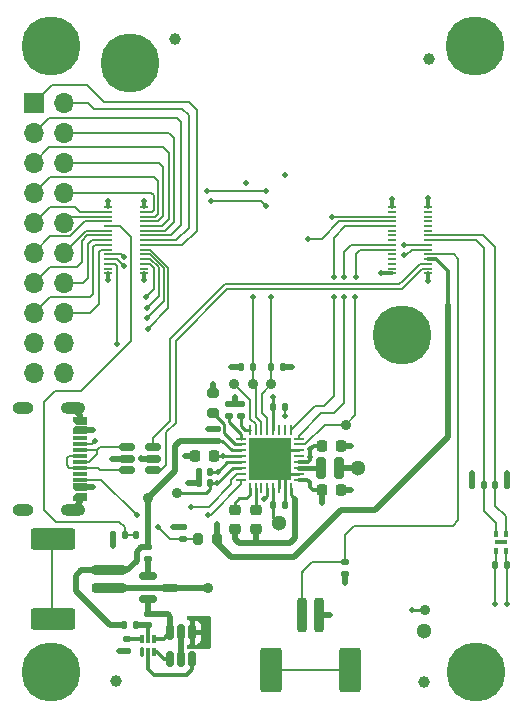
<source format=gbr>
%TF.GenerationSoftware,KiCad,Pcbnew,8.0.9-8.0.9-0~ubuntu24.04.1*%
%TF.CreationDate,2025-04-21T09:58:39+02:00*%
%TF.ProjectId,Sensor_Node_Base_V1.0,53656e73-6f72-45f4-9e6f-64655f426173,rev?*%
%TF.SameCoordinates,Original*%
%TF.FileFunction,Copper,L1,Top*%
%TF.FilePolarity,Positive*%
%FSLAX46Y46*%
G04 Gerber Fmt 4.6, Leading zero omitted, Abs format (unit mm)*
G04 Created by KiCad (PCBNEW 8.0.9-8.0.9-0~ubuntu24.04.1) date 2025-04-21 09:58:39*
%MOMM*%
%LPD*%
G01*
G04 APERTURE LIST*
G04 Aperture macros list*
%AMRoundRect*
0 Rectangle with rounded corners*
0 $1 Rounding radius*
0 $2 $3 $4 $5 $6 $7 $8 $9 X,Y pos of 4 corners*
0 Add a 4 corners polygon primitive as box body*
4,1,4,$2,$3,$4,$5,$6,$7,$8,$9,$2,$3,0*
0 Add four circle primitives for the rounded corners*
1,1,$1+$1,$2,$3*
1,1,$1+$1,$4,$5*
1,1,$1+$1,$6,$7*
1,1,$1+$1,$8,$9*
0 Add four rect primitives between the rounded corners*
20,1,$1+$1,$2,$3,$4,$5,0*
20,1,$1+$1,$4,$5,$6,$7,0*
20,1,$1+$1,$6,$7,$8,$9,0*
20,1,$1+$1,$8,$9,$2,$3,0*%
%AMOutline5P*
0 Free polygon, 5 corners , with rotation*
0 The origin of the aperture is its center*
0 number of corners: always 5*
0 $1 to $10 corner X, Y*
0 $11 Rotation angle, in degrees counterclockwise*
0 create outline with 5 corners*
4,1,5,$1,$2,$3,$4,$5,$6,$7,$8,$9,$10,$1,$2,$11*%
%AMOutline6P*
0 Free polygon, 6 corners , with rotation*
0 The origin of the aperture is its center*
0 number of corners: always 6*
0 $1 to $12 corner X, Y*
0 $13 Rotation angle, in degrees counterclockwise*
0 create outline with 6 corners*
4,1,6,$1,$2,$3,$4,$5,$6,$7,$8,$9,$10,$11,$12,$1,$2,$13*%
%AMOutline7P*
0 Free polygon, 7 corners , with rotation*
0 The origin of the aperture is its center*
0 number of corners: always 7*
0 $1 to $14 corner X, Y*
0 $15 Rotation angle, in degrees counterclockwise*
0 create outline with 7 corners*
4,1,7,$1,$2,$3,$4,$5,$6,$7,$8,$9,$10,$11,$12,$13,$14,$1,$2,$15*%
%AMOutline8P*
0 Free polygon, 8 corners , with rotation*
0 The origin of the aperture is its center*
0 number of corners: always 8*
0 $1 to $16 corner X, Y*
0 $17 Rotation angle, in degrees counterclockwise*
0 create outline with 8 corners*
4,1,8,$1,$2,$3,$4,$5,$6,$7,$8,$9,$10,$11,$12,$13,$14,$15,$16,$1,$2,$17*%
G04 Aperture macros list end*
%TA.AperFunction,SMDPad,CuDef*%
%ADD10RoundRect,0.062500X0.337500X0.062500X-0.337500X0.062500X-0.337500X-0.062500X0.337500X-0.062500X0*%
%TD*%
%TA.AperFunction,SMDPad,CuDef*%
%ADD11RoundRect,0.062500X0.062500X0.337500X-0.062500X0.337500X-0.062500X-0.337500X0.062500X-0.337500X0*%
%TD*%
%TA.AperFunction,HeatsinkPad*%
%ADD12C,0.500000*%
%TD*%
%TA.AperFunction,HeatsinkPad*%
%ADD13R,3.600000X3.600000*%
%TD*%
%TA.AperFunction,ComponentPad*%
%ADD14R,1.700000X1.700000*%
%TD*%
%TA.AperFunction,ComponentPad*%
%ADD15O,1.700000X1.700000*%
%TD*%
%TA.AperFunction,SMDPad,CuDef*%
%ADD16RoundRect,0.200000X-0.200000X-1.250000X0.200000X-1.250000X0.200000X1.250000X-0.200000X1.250000X0*%
%TD*%
%TA.AperFunction,SMDPad,CuDef*%
%ADD17RoundRect,0.250000X-0.650000X-1.650000X0.650000X-1.650000X0.650000X1.650000X-0.650000X1.650000X0*%
%TD*%
%TA.AperFunction,SMDPad,CuDef*%
%ADD18RoundRect,0.135000X0.135000X0.185000X-0.135000X0.185000X-0.135000X-0.185000X0.135000X-0.185000X0*%
%TD*%
%TA.AperFunction,SMDPad,CuDef*%
%ADD19C,0.900000*%
%TD*%
%TA.AperFunction,SMDPad,CuDef*%
%ADD20RoundRect,0.135000X-0.185000X0.135000X-0.185000X-0.135000X0.185000X-0.135000X0.185000X0.135000X0*%
%TD*%
%TA.AperFunction,SMDPad,CuDef*%
%ADD21RoundRect,0.225000X0.225000X0.250000X-0.225000X0.250000X-0.225000X-0.250000X0.225000X-0.250000X0*%
%TD*%
%TA.AperFunction,SMDPad,CuDef*%
%ADD22RoundRect,0.150000X0.512500X0.150000X-0.512500X0.150000X-0.512500X-0.150000X0.512500X-0.150000X0*%
%TD*%
%TA.AperFunction,SMDPad,CuDef*%
%ADD23RoundRect,0.135000X-0.135000X-0.185000X0.135000X-0.185000X0.135000X0.185000X-0.135000X0.185000X0*%
%TD*%
%TA.AperFunction,SMDPad,CuDef*%
%ADD24RoundRect,0.140000X0.170000X-0.140000X0.170000X0.140000X-0.170000X0.140000X-0.170000X-0.140000X0*%
%TD*%
%TA.AperFunction,SMDPad,CuDef*%
%ADD25RoundRect,0.135000X0.185000X-0.135000X0.185000X0.135000X-0.185000X0.135000X-0.185000X-0.135000X0*%
%TD*%
%TA.AperFunction,SMDPad,CuDef*%
%ADD26RoundRect,0.225000X-0.225000X-0.250000X0.225000X-0.250000X0.225000X0.250000X-0.225000X0.250000X0*%
%TD*%
%TA.AperFunction,SMDPad,CuDef*%
%ADD27RoundRect,0.140000X-0.140000X-0.170000X0.140000X-0.170000X0.140000X0.170000X-0.140000X0.170000X0*%
%TD*%
%TA.AperFunction,SMDPad,CuDef*%
%ADD28C,1.000000*%
%TD*%
%TA.AperFunction,SMDPad,CuDef*%
%ADD29RoundRect,0.200000X-1.250000X0.200000X-1.250000X-0.200000X1.250000X-0.200000X1.250000X0.200000X0*%
%TD*%
%TA.AperFunction,SMDPad,CuDef*%
%ADD30RoundRect,0.250000X-1.650000X0.650000X-1.650000X-0.650000X1.650000X-0.650000X1.650000X0.650000X0*%
%TD*%
%TA.AperFunction,SMDPad,CuDef*%
%ADD31RoundRect,0.218750X-0.256250X0.218750X-0.256250X-0.218750X0.256250X-0.218750X0.256250X0.218750X0*%
%TD*%
%TA.AperFunction,SMDPad,CuDef*%
%ADD32RoundRect,0.140000X0.140000X0.170000X-0.140000X0.170000X-0.140000X-0.170000X0.140000X-0.170000X0*%
%TD*%
%TA.AperFunction,ComponentPad*%
%ADD33C,0.800000*%
%TD*%
%TA.AperFunction,ComponentPad*%
%ADD34C,5.000000*%
%TD*%
%TA.AperFunction,SMDPad,CuDef*%
%ADD35RoundRect,0.200000X-0.200000X0.700000X-0.200000X-0.700000X0.200000X-0.700000X0.200000X0.700000X0*%
%TD*%
%TA.AperFunction,SMDPad,CuDef*%
%ADD36Outline5P,-0.300000X0.575000X0.300000X0.575000X0.300000X-0.365000X0.090000X-0.575000X-0.300000X-0.575000X270.000000*%
%TD*%
%TA.AperFunction,SMDPad,CuDef*%
%ADD37Outline5P,-0.300000X0.620000X0.300000X0.620000X0.300000X-0.620000X-0.090000X-0.620000X-0.300000X-0.410000X270.000000*%
%TD*%
%TA.AperFunction,SMDPad,CuDef*%
%ADD38R,1.240000X0.300000*%
%TD*%
%TA.AperFunction,SMDPad,CuDef*%
%ADD39Outline5P,-0.300000X0.620000X0.300000X0.620000X0.300000X-0.410000X0.090000X-0.620000X-0.300000X-0.620000X270.000000*%
%TD*%
%TA.AperFunction,SMDPad,CuDef*%
%ADD40Outline5P,-0.300000X0.575000X0.300000X0.575000X0.300000X-0.575000X-0.090000X-0.575000X-0.300000X-0.365000X270.000000*%
%TD*%
%TA.AperFunction,ComponentPad*%
%ADD41O,2.100000X1.000000*%
%TD*%
%TA.AperFunction,ComponentPad*%
%ADD42O,1.800000X1.000000*%
%TD*%
%TA.AperFunction,ComponentPad*%
%ADD43C,1.300000*%
%TD*%
%TA.AperFunction,SMDPad,CuDef*%
%ADD44RoundRect,0.200000X0.200000X0.275000X-0.200000X0.275000X-0.200000X-0.275000X0.200000X-0.275000X0*%
%TD*%
%TA.AperFunction,SMDPad,CuDef*%
%ADD45RoundRect,0.070000X-0.070000X-0.355000X0.070000X-0.355000X0.070000X0.355000X-0.070000X0.355000X0*%
%TD*%
%TA.AperFunction,SMDPad,CuDef*%
%ADD46RoundRect,0.070000X-0.070000X-0.305000X0.070000X-0.305000X0.070000X0.305000X-0.070000X0.305000X0*%
%TD*%
%TA.AperFunction,SMDPad,CuDef*%
%ADD47RoundRect,0.150000X-0.587500X-0.150000X0.587500X-0.150000X0.587500X0.150000X-0.587500X0.150000X0*%
%TD*%
%TA.AperFunction,SMDPad,CuDef*%
%ADD48R,0.300000X0.500000*%
%TD*%
%TA.AperFunction,ComponentPad*%
%ADD49C,0.400000*%
%TD*%
%TA.AperFunction,SMDPad,CuDef*%
%ADD50RoundRect,0.100000X0.400000X0.100000X-0.400000X0.100000X-0.400000X-0.100000X0.400000X-0.100000X0*%
%TD*%
%TA.AperFunction,SMDPad,CuDef*%
%ADD51R,0.700000X0.200000*%
%TD*%
%TA.AperFunction,SMDPad,CuDef*%
%ADD52RoundRect,0.200000X0.275000X-0.200000X0.275000X0.200000X-0.275000X0.200000X-0.275000X-0.200000X0*%
%TD*%
%TA.AperFunction,SMDPad,CuDef*%
%ADD53RoundRect,0.150000X-0.150000X0.512500X-0.150000X-0.512500X0.150000X-0.512500X0.150000X0.512500X0*%
%TD*%
%TA.AperFunction,ViaPad*%
%ADD54C,0.500000*%
%TD*%
%TA.AperFunction,Conductor*%
%ADD55C,0.200000*%
%TD*%
%TA.AperFunction,Conductor*%
%ADD56C,0.150000*%
%TD*%
%TA.AperFunction,Conductor*%
%ADD57C,0.250000*%
%TD*%
%TA.AperFunction,Conductor*%
%ADD58C,0.500000*%
%TD*%
%TA.AperFunction,Conductor*%
%ADD59C,0.300000*%
%TD*%
%TA.AperFunction,Conductor*%
%ADD60C,0.390000*%
%TD*%
G04 APERTURE END LIST*
D10*
%TO.P,IC302,1,VOUT1*%
%TO.N,/MCU/+1.8V_VDD_nRF*%
X146130000Y-118560000D03*
%TO.P,IC302,2,PVSS1*%
%TO.N,GND*%
X146130000Y-118060000D03*
%TO.P,IC302,3,SW1*%
%TO.N,/POWER/SW1*%
X146130000Y-117560000D03*
%TO.P,IC302,4,PVDD*%
%TO.N,/POWER/VSYS*%
X146130000Y-117060000D03*
%TO.P,IC302,5,SW2*%
%TO.N,unconnected-(IC302-SW2-Pad5)*%
X146130000Y-116560000D03*
%TO.P,IC302,6,PVSS2*%
%TO.N,GND*%
X146130000Y-116060000D03*
%TO.P,IC302,7,GPIO0*%
%TO.N,/MCU/NRF_PMIC_RST*%
X146130000Y-115560000D03*
%TO.P,IC302,8,GPIO1*%
%TO.N,/MCU/NRF_PMIC_INT*%
X146130000Y-115060000D03*
D11*
%TO.P,IC302,9,GPIO2*%
%TO.N,/MCU/LS1_CTRL*%
X145430000Y-114360000D03*
%TO.P,IC302,10,GPIO3*%
%TO.N,unconnected-(IC302-GPIO3-Pad10)*%
X144930000Y-114360000D03*
%TO.P,IC302,11,GPIO4*%
%TO.N,unconnected-(IC302-GPIO4-Pad11)*%
X144430000Y-114360000D03*
%TO.P,IC302,12,VDDIO*%
%TO.N,/MCU/+1.8V_VDD_nRF*%
X143930000Y-114360000D03*
%TO.P,IC302,13,SDA*%
%TO.N,/MCU/NRF_PMIC_SDA*%
X143430000Y-114360000D03*
%TO.P,IC302,14,SCL*%
%TO.N,/MCU/NRF_PMIC_SCL*%
X142930000Y-114360000D03*
%TO.P,IC302,15,SHPHLD*%
%TO.N,/POWER/SHPHLD*%
X142430000Y-114360000D03*
%TO.P,IC302,16,VSET2*%
%TO.N,Net-(IC302-VSET2)*%
X141930000Y-114360000D03*
D10*
%TO.P,IC302,17,VSET1*%
%TO.N,Net-(IC302-VSET1)*%
X141230000Y-115060000D03*
%TO.P,IC302,18,NTC*%
%TO.N,/POWER/PMIC_NTC*%
X141230000Y-115560000D03*
%TO.P,IC302,19,VBAT*%
%TO.N,/MCU/+3.7V_BAT*%
X141230000Y-116060000D03*
%TO.P,IC302,20,VSYS*%
%TO.N,/POWER/VSYS*%
X141230000Y-116560000D03*
%TO.P,IC302,21,VBUS*%
%TO.N,/POWER/+5V_VBUSIN*%
X141230000Y-117060000D03*
%TO.P,IC302,22,VBUSOUT*%
%TO.N,/MCU/+5V_VBUS*%
X141230000Y-117560000D03*
%TO.P,IC302,23,CC1*%
%TO.N,/POWER/CC1*%
X141230000Y-118060000D03*
%TO.P,IC302,24,CC2*%
%TO.N,/POWER/CC2*%
X141230000Y-118560000D03*
D11*
%TO.P,IC302,25,LED0*%
%TO.N,Net-(D302-K)*%
X141930000Y-119260000D03*
%TO.P,IC302,26,LED1*%
%TO.N,Net-(D301-K)*%
X142430000Y-119260000D03*
%TO.P,IC302,27,LED2*%
%TO.N,unconnected-(IC302-LED2-Pad27)*%
X142930000Y-119260000D03*
%TO.P,IC302,28,LSIN1/VINLDO1*%
%TO.N,/MCU/+1.8V_VDD_nRF*%
X143430000Y-119260000D03*
%TO.P,IC302,29,LSOUT1/VOUTLDO2*%
%TO.N,/MCU/+1.8V_LS1*%
X143930000Y-119260000D03*
%TO.P,IC302,30,LSIN2/VINLDO2*%
%TO.N,GND*%
X144430000Y-119260000D03*
%TO.P,IC302,31,LSOUT2/VOUTLDO2*%
X144930000Y-119260000D03*
%TO.P,IC302,32,VOUT2*%
%TO.N,/POWER/VSYS*%
X145430000Y-119260000D03*
D12*
%TO.P,IC302,33,AVSS*%
%TO.N,GND*%
X144680000Y-117810000D03*
X144680000Y-116810000D03*
X144680000Y-115810000D03*
X143680000Y-117810000D03*
X143680000Y-116810000D03*
D13*
X143680000Y-116810000D03*
D12*
X143680000Y-115810000D03*
X142680000Y-117810000D03*
X142680000Y-116810000D03*
X142680000Y-115810000D03*
%TD*%
D14*
%TO.P,J201,1,Pin_1*%
%TO.N,P1.08*%
X123700000Y-86610000D03*
D15*
%TO.P,J201,2,Pin_2*%
%TO.N,P0.30*%
X126240000Y-86610000D03*
%TO.P,J201,3,Pin_3*%
%TO.N,P0.28*%
X123700000Y-89150000D03*
%TO.P,J201,4,Pin_4*%
%TO.N,P0.03*%
X126240000Y-89150000D03*
%TO.P,J201,5,Pin_5*%
%TO.N,P1.14*%
X123700000Y-91690000D03*
%TO.P,J201,6,Pin_6*%
%TO.N,P1.12*%
X126240000Y-91690000D03*
%TO.P,J201,7,Pin_7*%
%TO.N,P1.11*%
X123700000Y-94230000D03*
%TO.P,J201,8,Pin_8*%
%TO.N,P0.10*%
X126240000Y-94230000D03*
%TO.P,J201,9,Pin_9*%
%TO.N,P1.10*%
X123700000Y-96770000D03*
%TO.P,J201,10,Pin_10*%
%TO.N,P1.13*%
X126240000Y-96770000D03*
%TO.P,J201,11,Pin_11*%
%TO.N,P1.15*%
X123700000Y-99310000D03*
%TO.P,J201,12,Pin_12*%
%TO.N,P0.29*%
X126240000Y-99310000D03*
%TO.P,J201,13,Pin_13*%
%TO.N,P0.31*%
X123700000Y-101850000D03*
%TO.P,J201,14,Pin_14*%
%TO.N,P0.00*%
X126240000Y-101850000D03*
%TO.P,J201,15,Pin_15*%
%TO.N,P0.01*%
X123700000Y-104390000D03*
%TO.P,J201,16,Pin_16*%
%TO.N,P0.26*%
X126240000Y-104390000D03*
%TO.P,J201,17,Pin_17*%
%TO.N,P0.11*%
X123700000Y-106930000D03*
%TO.P,J201,18,Pin_18*%
%TO.N,P0.27*%
X126240000Y-106930000D03*
%TO.P,J201,19,Pin_19*%
%TO.N,P0.05*%
X123700000Y-109470000D03*
%TO.P,J201,20,Pin_20*%
%TO.N,P0.06*%
X126240000Y-109470000D03*
%TD*%
D16*
%TO.P,CON102,1,Pin_1*%
%TO.N,/MCU/NRF_EXT_INT*%
X146330000Y-129980000D03*
%TO.P,CON102,2,Pin_2*%
%TO.N,GND*%
X147830000Y-129980000D03*
D17*
%TO.P,CON102,SH,MountPin*%
%TO.N,unconnected-(CON102-MountPin-PadSH)*%
X143730000Y-134680000D03*
X150430000Y-134680000D03*
%TD*%
D18*
%TO.P,R207,1*%
%TO.N,/MCU/+1.8V_LS1*%
X163720000Y-119000000D03*
%TO.P,R207,2*%
%TO.N,NRF_I2C_SDA*%
X162700000Y-119000000D03*
%TD*%
D19*
%TO.P,TP302,1,1*%
%TO.N,/MCU/+3.7V_BAT*%
X133340000Y-120120000D03*
%TD*%
D20*
%TO.P,R301,1*%
%TO.N,/MCU/+3.7V_BAT*%
X133330000Y-124250000D03*
%TO.P,R301,2*%
%TO.N,Net-(T301-G)*%
X133330000Y-125270000D03*
%TD*%
D21*
%TO.P,C306,1*%
%TO.N,/POWER/VSYS*%
X138880000Y-116560000D03*
%TO.P,C306,2*%
%TO.N,GND*%
X137330000Y-116560000D03*
%TD*%
D20*
%TO.P,R302,1*%
%TO.N,Net-(IC301-V-)*%
X131590000Y-132020000D03*
%TO.P,R302,2*%
%TO.N,GND*%
X131590000Y-133040000D03*
%TD*%
D18*
%TO.P,R210,1*%
%TO.N,/MCU/+3.7V_BAT*%
X133310000Y-123260000D03*
%TO.P,R210,2*%
%TO.N,3.7V_BAT_Sense*%
X132290000Y-123260000D03*
%TD*%
D22*
%TO.P,D101,1,I/O1*%
%TO.N,/MCU/USB_D+*%
X133787500Y-117712500D03*
%TO.P,D101,2,GND*%
%TO.N,GND*%
X133787500Y-116762500D03*
%TO.P,D101,3,I/O2*%
%TO.N,/MCU/USB_D-*%
X133787500Y-115812500D03*
%TO.P,D101,4,I/O2*%
%TO.N,Net-(CON101-D--PadA7)*%
X131512500Y-115812500D03*
%TO.P,D101,5,VBUS*%
%TO.N,/POWER/+5V_VBUSIN*%
X131512500Y-116762500D03*
%TO.P,D101,6,I/O1*%
%TO.N,Net-(CON101-D+-PadA6)*%
X131512500Y-117712500D03*
%TD*%
D23*
%TO.P,R208,1*%
%TO.N,/MCU/+1.8V_VDD_nRF*%
X141170000Y-109000000D03*
%TO.P,R208,2*%
%TO.N,/MCU/NRF_PMIC_SCL*%
X142190000Y-109000000D03*
%TD*%
D19*
%TO.P,TP305,1,1*%
%TO.N,/POWER/SHPHLD*%
X140630000Y-110480000D03*
%TD*%
D24*
%TO.P,C303,1*%
%TO.N,/MCU/+3.7V_BAT*%
X139130000Y-115240000D03*
%TO.P,C303,2*%
%TO.N,GND*%
X139130000Y-114280000D03*
%TD*%
D25*
%TO.P,R205,1*%
%TO.N,/MCU/+1.8V_VDD_nRF*%
X149990000Y-126530000D03*
%TO.P,R205,2*%
%TO.N,/MCU/NRF_EXT_INT*%
X149990000Y-125510000D03*
%TD*%
%TO.P,R305,1*%
%TO.N,Net-(IC302-VSET2)*%
X141200000Y-113130000D03*
%TO.P,R305,2*%
%TO.N,GND*%
X141200000Y-112110000D03*
%TD*%
%TO.P,R304,1*%
%TO.N,Net-(IC302-VSET1)*%
X140150000Y-113130000D03*
%TO.P,R304,2*%
%TO.N,GND*%
X140150000Y-112110000D03*
%TD*%
D26*
%TO.P,C305,1*%
%TO.N,/MCU/+1.8V_VDD_nRF*%
X148080000Y-119460000D03*
%TO.P,C305,2*%
%TO.N,GND*%
X149630000Y-119460000D03*
%TD*%
D25*
%TO.P,R202,1*%
%TO.N,P0.04*%
X136285000Y-123550000D03*
%TO.P,R202,2*%
%TO.N,GND*%
X136285000Y-122530000D03*
%TD*%
D27*
%TO.P,C304,1*%
%TO.N,/MCU/+1.8V_VDD_nRF*%
X143930000Y-112420000D03*
%TO.P,C304,2*%
%TO.N,GND*%
X144890000Y-112420000D03*
%TD*%
D18*
%TO.P,R206,1*%
%TO.N,/MCU/+1.8V_VDD_nRF*%
X144790000Y-108980000D03*
%TO.P,R206,2*%
%TO.N,/MCU/NRF_PMIC_SDA*%
X143770000Y-108980000D03*
%TD*%
D28*
%TO.P,FID104,*%
%TO.N,*%
X130600000Y-135550000D03*
%TD*%
D29*
%TO.P,CON103,1,Pin_1*%
%TO.N,/MCU/+3.7V_BAT*%
X129990000Y-126200000D03*
%TO.P,CON103,2,Pin_2*%
%TO.N,/POWER/BAT-*%
X129990000Y-127700000D03*
D30*
%TO.P,CON103,SH,MountPin*%
%TO.N,unconnected-(CON103-MountPin-PadSH)*%
X125290000Y-123600000D03*
X125290000Y-130300000D03*
%TD*%
D31*
%TO.P,D301,1,K*%
%TO.N,Net-(D301-K)*%
X142430000Y-121135000D03*
%TO.P,D301,2,A*%
%TO.N,/POWER/VSYS*%
X142430000Y-122710000D03*
%TD*%
D24*
%TO.P,C301,1*%
%TO.N,Net-(IC301-BAT)*%
X133340000Y-130880000D03*
%TO.P,C301,2*%
%TO.N,Net-(IC301-VSS)*%
X133340000Y-129920000D03*
%TD*%
D32*
%TO.P,C309,1*%
%TO.N,/MCU/+5V_VBUS*%
X138570000Y-118860000D03*
%TO.P,C309,2*%
%TO.N,GND*%
X137610000Y-118860000D03*
%TD*%
%TO.P,C302,1*%
%TO.N,/POWER/+5V_VBUSIN*%
X138570000Y-117860000D03*
%TO.P,C302,2*%
%TO.N,GND*%
X137610000Y-117860000D03*
%TD*%
D27*
%TO.P,C221,1*%
%TO.N,/MCU/+1.8V_LS1*%
X162720000Y-125750000D03*
%TO.P,C221,2*%
%TO.N,GND*%
X163680000Y-125750000D03*
%TD*%
D33*
%TO.P,MH103,1*%
%TO.N,GND*%
X159155000Y-81855825D03*
X159704175Y-80530000D03*
X159704175Y-83181650D03*
X161030000Y-79980825D03*
D34*
X161030000Y-81855825D03*
D33*
X161030000Y-83730825D03*
X162355825Y-80530000D03*
X162355825Y-83181650D03*
X162905000Y-81855825D03*
%TD*%
D19*
%TO.P,TP204,1,1*%
%TO.N,/MCU/NRF_PMIC_SDA*%
X143770000Y-110480000D03*
%TD*%
D33*
%TO.P,MH101,1*%
%TO.N,GND*%
X123245000Y-81865825D03*
X123794175Y-80540000D03*
X123794175Y-83191650D03*
X125120000Y-79990825D03*
D34*
X125120000Y-81865825D03*
D33*
X125120000Y-83740825D03*
X126445825Y-80540000D03*
X126445825Y-83191650D03*
X126995000Y-81865825D03*
%TD*%
D35*
%TO.P,L301,1*%
%TO.N,/MCU/+1.8V_VDD_nRF*%
X149505000Y-117560000D03*
%TO.P,L301,2*%
%TO.N,/POWER/SW1*%
X148005000Y-117560000D03*
%TD*%
D19*
%TO.P,TP304,1,1*%
%TO.N,/MCU/NRF_PMIC_RST*%
X150080000Y-113910000D03*
%TD*%
D31*
%TO.P,D302,1,K*%
%TO.N,Net-(D302-K)*%
X140660000Y-121135000D03*
%TO.P,D302,2,A*%
%TO.N,/POWER/VSYS*%
X140660000Y-122710000D03*
%TD*%
D19*
%TO.P,TP310,1,1*%
%TO.N,/MCU/+5V_VBUS*%
X135750000Y-119660000D03*
%TD*%
%TO.P,TP301,1,1*%
%TO.N,/POWER/BAT-*%
X138385000Y-127700500D03*
%TD*%
D36*
%TO.P,CON101,A1,GND*%
%TO.N,GND*%
X127600000Y-113580000D03*
D37*
%TO.P,CON101,A4,VBUS*%
%TO.N,/POWER/+5V_VBUSIN*%
X127550000Y-114380000D03*
D38*
%TO.P,CON101,A5,CC1*%
%TO.N,/POWER/CC1*%
X127550000Y-115530000D03*
%TO.P,CON101,A6,D+*%
%TO.N,Net-(CON101-D+-PadA6)*%
X127550000Y-116530000D03*
%TO.P,CON101,A7,D-*%
%TO.N,Net-(CON101-D--PadA7)*%
X127550000Y-117030000D03*
%TO.P,CON101,A8,SBU1*%
%TO.N,unconnected-(CON101-SBU1-PadA8)*%
X127550000Y-118030000D03*
D39*
%TO.P,CON101,A9,VBUS*%
%TO.N,/POWER/+5V_VBUSIN*%
X127550000Y-119180000D03*
D40*
%TO.P,CON101,A12,GND*%
%TO.N,GND*%
X127600000Y-119980000D03*
%TO.P,CON101,B1,GND*%
X127600000Y-119980000D03*
D39*
%TO.P,CON101,B4,VBUS*%
%TO.N,/POWER/+5V_VBUSIN*%
X127550000Y-119180000D03*
D38*
%TO.P,CON101,B5,CC2*%
%TO.N,/POWER/CC2*%
X127550000Y-118530000D03*
%TO.P,CON101,B6,D+*%
%TO.N,Net-(CON101-D+-PadA6)*%
X127550000Y-117530000D03*
%TO.P,CON101,B7,D-*%
%TO.N,Net-(CON101-D--PadA7)*%
X127550000Y-116030000D03*
%TO.P,CON101,B8,SBU2*%
%TO.N,unconnected-(CON101-SBU2-PadB8)*%
X127550000Y-115030000D03*
D37*
%TO.P,CON101,B9,VBUS*%
%TO.N,/POWER/+5V_VBUSIN*%
X127550000Y-114380000D03*
D36*
%TO.P,CON101,B12,GND*%
%TO.N,GND*%
X127600000Y-113580000D03*
D41*
%TO.P,CON101,S1,SHIELD*%
X126950000Y-112460000D03*
D42*
X122750000Y-112460000D03*
D41*
X126950000Y-121100000D03*
D42*
X122750000Y-121100000D03*
%TD*%
D23*
%TO.P,R204,1*%
%TO.N,/MCU/+1.8V_LS1*%
X160750000Y-119000000D03*
%TO.P,R204,2*%
%TO.N,NRF_I2C_SCL*%
X161770000Y-119000000D03*
%TD*%
D19*
%TO.P,TP306,1,1*%
%TO.N,/MCU/+1.8V_VDD_nRF*%
X156760000Y-129560000D03*
%TD*%
D18*
%TO.P,R211,1*%
%TO.N,3.7V_BAT_Sense*%
X131350000Y-123270000D03*
%TO.P,R211,2*%
%TO.N,GND*%
X130330000Y-123270000D03*
%TD*%
D43*
%TO.P,TP309,1,1*%
%TO.N,/MCU/+1.8V_LS1*%
X144390000Y-122230000D03*
%TD*%
D44*
%TO.P,R201,1*%
%TO.N,/MCU/+5V_VBUS*%
X139175000Y-123550000D03*
%TO.P,R201,2*%
%TO.N,P0.04*%
X137525000Y-123550000D03*
%TD*%
D43*
%TO.P,TP308,1,1*%
%TO.N,/MCU/+1.8V_VDD_nRF*%
X151130000Y-117560000D03*
%TD*%
D45*
%TO.P,IC301,1,NC*%
%TO.N,unconnected-(IC301-NC-Pad1)*%
X132840000Y-133125000D03*
D46*
%TO.P,IC301,2,Cout*%
%TO.N,Net-(IC301-Cout)*%
X133340000Y-133175000D03*
%TO.P,IC301,3,Dout*%
%TO.N,Net-(IC301-Dout)*%
X133840000Y-133175000D03*
%TO.P,IC301,4,VSS*%
%TO.N,Net-(IC301-VSS)*%
X133840000Y-132025000D03*
%TO.P,IC301,5,BAT*%
%TO.N,Net-(IC301-BAT)*%
X133340000Y-132025000D03*
%TO.P,IC301,6,V-*%
%TO.N,Net-(IC301-V-)*%
X132840000Y-132025000D03*
%TD*%
D28*
%TO.P,FID103,*%
%TO.N,*%
X156710000Y-135660000D03*
%TD*%
D33*
%TO.P,MH102,1*%
%TO.N,GND*%
X159245000Y-134855825D03*
X159794175Y-133530000D03*
X159794175Y-136181650D03*
X161120000Y-132980825D03*
D34*
X161120000Y-134855825D03*
D33*
X161120000Y-136730825D03*
X162445825Y-133530000D03*
X162445825Y-136181650D03*
X162995000Y-134855825D03*
%TD*%
D19*
%TO.P,TP205,1,1*%
%TO.N,/MCU/NRF_PMIC_SCL*%
X142190000Y-110480000D03*
%TD*%
D47*
%TO.P,T301,1,G*%
%TO.N,Net-(T301-G)*%
X133335000Y-126738000D03*
%TO.P,T301,2,S*%
%TO.N,Net-(IC301-VSS)*%
X133335000Y-128638000D03*
%TO.P,T301,3,D*%
%TO.N,/POWER/BAT-*%
X135210000Y-127688000D03*
%TD*%
D48*
%TO.P,IC202,1,SDA*%
%TO.N,NRF_I2C_SDA*%
X163600000Y-123150000D03*
%TO.P,IC202,2,SCL*%
%TO.N,NRF_I2C_SCL*%
X162800000Y-123150000D03*
%TO.P,IC202,3,VDD*%
%TO.N,/MCU/+1.8V_LS1*%
X162800000Y-124550000D03*
%TO.P,IC202,4,VSS*%
%TO.N,GND*%
X163600000Y-124550000D03*
D49*
%TO.P,IC202,5,THPAD*%
%TO.N,unconnected-(IC202-THPAD-Pad5)_3*%
X163500000Y-123850000D03*
D50*
X163200000Y-123850000D03*
D49*
X162900000Y-123850000D03*
%TD*%
D43*
%TO.P,TP303,1,1*%
%TO.N,GND*%
X156710000Y-131380000D03*
%TD*%
D26*
%TO.P,C308,1*%
%TO.N,/POWER/VSYS*%
X148080000Y-115660000D03*
%TO.P,C308,2*%
%TO.N,GND*%
X149630000Y-115660000D03*
%TD*%
D28*
%TO.P,FID101,*%
%TO.N,*%
X135600000Y-81230000D03*
%TD*%
D27*
%TO.P,C307,1*%
%TO.N,/MCU/+1.8V_LS1*%
X143930000Y-120660000D03*
%TO.P,C307,2*%
%TO.N,GND*%
X144890000Y-120660000D03*
%TD*%
D51*
%TO.P,M201,1,VDD*%
%TO.N,/MCU/+1.8V_VDD_nRF*%
X133030000Y-95470000D03*
D33*
%TO.P,M201,2,GND*%
%TO.N,GND*%
X129915000Y-83270000D03*
D51*
X129950000Y-95470000D03*
D33*
X130464175Y-81944175D03*
X130464175Y-84595825D03*
X131790000Y-81395000D03*
D34*
X131790000Y-83270000D03*
D33*
X131790000Y-85145000D03*
X133115825Y-81944175D03*
X133115825Y-84595825D03*
X133665000Y-83270000D03*
X152915000Y-106270000D03*
X153464175Y-104944175D03*
X153464175Y-107595825D03*
X154790000Y-104395000D03*
D34*
X154790000Y-106270000D03*
D33*
X154790000Y-108145000D03*
X156115825Y-104944175D03*
X156115825Y-107595825D03*
X156665000Y-106270000D03*
D51*
%TO.P,M201,3,P0.10*%
%TO.N,P0.10*%
X133030000Y-95870000D03*
%TO.P,M201,4,P1.10*%
%TO.N,P1.10*%
X129950000Y-95870000D03*
%TO.P,M201,5,P1.11*%
%TO.N,P1.11*%
X133030000Y-96270000D03*
%TO.P,M201,6,P1.13*%
%TO.N,P1.13*%
X129950000Y-96270000D03*
%TO.P,M201,7,P1.12*%
%TO.N,P1.12*%
X133030000Y-96670000D03*
%TO.P,M201,8,P1.15*%
%TO.N,P1.15*%
X129950000Y-96670000D03*
%TO.P,M201,9,P1.14*%
%TO.N,P1.14*%
X133030000Y-97070000D03*
%TO.P,M201,10,P0.02*%
%TO.N,3.7V_BAT_Sense*%
X129950000Y-97070000D03*
%TO.P,M201,11,P0.03*%
%TO.N,P0.03*%
X133030000Y-97470000D03*
%TO.P,M201,12,P0.29*%
%TO.N,P0.29*%
X129950000Y-97470000D03*
%TO.P,M201,13,P0.28*%
%TO.N,P0.28*%
X133030000Y-97870000D03*
%TO.P,M201,14,P0.31*%
%TO.N,P0.31*%
X129950000Y-97870000D03*
%TO.P,M201,15,P0.30*%
%TO.N,P0.30*%
X133030000Y-98270000D03*
%TO.P,M201,16,P0.00*%
%TO.N,P0.00*%
X129950000Y-98270000D03*
%TO.P,M201,17,P1.08*%
%TO.N,P1.08*%
X133030000Y-98670000D03*
%TO.P,M201,18,P0.01*%
%TO.N,P0.01*%
X129950000Y-98670000D03*
%TO.P,M201,19,P0.06*%
%TO.N,P0.06*%
X133030000Y-99070000D03*
%TO.P,M201,20,P0.26*%
%TO.N,P0.26*%
X129950000Y-99070000D03*
%TO.P,M201,21,P0.05*%
%TO.N,P0.05*%
X133030000Y-99470000D03*
%TO.P,M201,22,U_RX*%
%TO.N,NRF_UART_RX*%
X129950000Y-99470000D03*
%TO.P,M201,23,P0.27*%
%TO.N,P0.27*%
X133030000Y-99870000D03*
%TO.P,M201,24,U_TX*%
%TO.N,NRF_UART_TX*%
X129950000Y-99870000D03*
%TO.P,M201,25,P0.11*%
%TO.N,P0.11*%
X133030000Y-100270000D03*
%TO.P,M201,26,P0.04*%
%TO.N,P0.04*%
X129950000Y-100270000D03*
%TO.P,M201,27,NC*%
%TO.N,unconnected-(M201A-NC-Pad27)*%
X133030000Y-100670000D03*
%TO.P,M201,28,NC*%
%TO.N,unconnected-(M201A-NC-Pad28)*%
X129950000Y-100670000D03*
%TO.P,M201,29,GND*%
%TO.N,GND*%
X133030000Y-101070000D03*
%TO.P,M201,30,VDD*%
%TO.N,/MCU/+1.8V_VDD_nRF*%
X129950000Y-101070000D03*
%TO.P,M201,31,VDD*%
X157030000Y-95470000D03*
%TO.P,M201,32,GND*%
%TO.N,GND*%
X153950000Y-95470000D03*
%TO.P,M201,33,P0.09*%
%TO.N,unconnected-(M201B-P0.09-Pad33)*%
X157030000Y-95870000D03*
%TO.P,M201,34,P1.02*%
%TO.N,unconnected-(M201B-P1.02-Pad34)*%
X153950000Y-95870000D03*
%TO.P,M201,35,P1.06*%
%TO.N,unconnected-(M201B-P1.06-Pad35)*%
X157030000Y-96270000D03*
%TO.P,M201,36,SWCLK*%
%TO.N,NRF_SWCLK*%
X153950000Y-96270000D03*
%TO.P,M201,37,P1.04*%
%TO.N,unconnected-(M201B-P1.04-Pad37)*%
X157030000Y-96670000D03*
%TO.P,M201,38,SWDIO*%
%TO.N,NRF_SWDIO*%
X153950000Y-96670000D03*
%TO.P,M201,39,P1.00*%
%TO.N,unconnected-(M201B-P1.00-Pad39)*%
X157030000Y-97070000D03*
%TO.P,M201,40,P1.07*%
%TO.N,/MCU/LS1_CTRL*%
X153950000Y-97070000D03*
%TO.P,M201,41,P0.24*%
%TO.N,unconnected-(M201B-P0.24-Pad41)*%
X157030000Y-97470000D03*
%TO.P,M201,42,P1.05*%
%TO.N,unconnected-(M201B-P1.05-Pad42)*%
X153950000Y-97470000D03*
%TO.P,M201,43,P0.22*%
%TO.N,NRF_I2C_SDA*%
X157030000Y-97870000D03*
%TO.P,M201,44,P1.03*%
%TO.N,unconnected-(M201B-P1.03-Pad44)*%
X153950000Y-97870000D03*
%TO.P,M201,45,P0.20*%
%TO.N,NRF_I2C_SCL*%
X157030000Y-98270000D03*
%TO.P,M201,46,P1.01*%
%TO.N,unconnected-(M201B-P1.01-Pad46)*%
X153950000Y-98270000D03*
%TO.P,M201,47,P0.17*%
%TO.N,/MCU/NRF_PMIC_SCL*%
X157030000Y-98670000D03*
%TO.P,M201,48,P0.25*%
%TO.N,/MCU/NRF_PMIC_INT*%
X153950000Y-98670000D03*
%TO.P,M201,49,P0.15*%
%TO.N,/MCU/NRF_PMIC_SDA*%
X157030000Y-99070000D03*
%TO.P,M201,50,P0.23*%
%TO.N,/MCU/NRF_PMIC_RST*%
X153950000Y-99070000D03*
%TO.P,M201,51,P0.13*%
%TO.N,/MCU/NRF_EXT_INT*%
X157030000Y-99470000D03*
%TO.P,M201,52,P0.21*%
%TO.N,unconnected-(M201B-P0.21-Pad52)*%
X153950000Y-99470000D03*
%TO.P,M201,53,VBUS*%
%TO.N,/MCU/+5V_VBUS*%
X157030000Y-99870000D03*
%TO.P,M201,54,P0.19*%
%TO.N,unconnected-(M201B-P0.19-Pad54)*%
X153950000Y-99870000D03*
%TO.P,M201,55,USB+*%
%TO.N,/MCU/USB_D-*%
X157030000Y-100270000D03*
%TO.P,M201,56,P0.16*%
%TO.N,unconnected-(M201B-P0.16-Pad56)*%
X153950000Y-100270000D03*
%TO.P,M201,57,USB-*%
%TO.N,/MCU/USB_D+*%
X157030000Y-100670000D03*
%TO.P,M201,58,P0.14*%
%TO.N,unconnected-(M201B-P0.14-Pad58)*%
X153950000Y-100670000D03*
%TO.P,M201,59,GND*%
%TO.N,GND*%
X157030000Y-101070000D03*
%TO.P,M201,60,VDDH*%
%TO.N,/MCU/+1.8V_VDD_nRF*%
X153950000Y-101070000D03*
%TD*%
D28*
%TO.P,FID102,*%
%TO.N,*%
X157080000Y-82940000D03*
%TD*%
D52*
%TO.P,R306,1*%
%TO.N,/POWER/PMIC_NTC*%
X138850000Y-112895000D03*
%TO.P,R306,2*%
%TO.N,GND*%
X138850000Y-111245000D03*
%TD*%
D53*
%TO.P,T302,1,S1*%
%TO.N,GND*%
X137090000Y-131475000D03*
%TO.P,T302,2,D1/D2*%
%TO.N,Net-(T302-D1{slash}D2-Pad2)*%
X136140000Y-131475000D03*
%TO.P,T302,3,S2*%
%TO.N,Net-(IC301-VSS)*%
X135190000Y-131475000D03*
%TO.P,T302,4,G2*%
%TO.N,Net-(IC301-Dout)*%
X135190000Y-133750000D03*
%TO.P,T302,5,D1/D2*%
%TO.N,Net-(T302-D1{slash}D2-Pad2)*%
X136140000Y-133750000D03*
%TO.P,T302,6,G1*%
%TO.N,Net-(IC301-Cout)*%
X137090000Y-133750000D03*
%TD*%
D33*
%TO.P,MH104,1*%
%TO.N,GND*%
X123245000Y-134855825D03*
X123794175Y-133530000D03*
X123794175Y-136181650D03*
X125120000Y-132980825D03*
D34*
X125120000Y-134855825D03*
D33*
X125120000Y-136730825D03*
X126445825Y-133530000D03*
X126445825Y-136181650D03*
X126995000Y-134855825D03*
%TD*%
D23*
%TO.P,R303,1*%
%TO.N,/MCU/+3.7V_BAT*%
X131330000Y-130850000D03*
%TO.P,R303,2*%
%TO.N,Net-(IC301-BAT)*%
X132350000Y-130850000D03*
%TD*%
D54*
%TO.N,/MCU/+1.8V_LS1*%
X160750000Y-118000000D03*
X162720000Y-129070000D03*
X163720000Y-118000000D03*
%TO.N,GND*%
X136480000Y-116560000D03*
X153950000Y-94820000D03*
X130330000Y-124120000D03*
X141640000Y-93410000D03*
X138320000Y-130400000D03*
X150480000Y-119460000D03*
X138320000Y-131460000D03*
X133030000Y-101620000D03*
X132700000Y-116750000D03*
X163680000Y-129060000D03*
X137090000Y-132560000D03*
X129950000Y-94910000D03*
X135430000Y-122530000D03*
X130840000Y-133040000D03*
X137090000Y-130400000D03*
X138420000Y-114280000D03*
X148730500Y-129985000D03*
X144890000Y-113190000D03*
X136750000Y-118860000D03*
X138320000Y-132560000D03*
X157030000Y-101760000D03*
X150480000Y-115660000D03*
X138850000Y-110450000D03*
X140680000Y-111570000D03*
%TO.N,/POWER/+5V_VBUSIN*%
X128670000Y-119180000D03*
X130320000Y-116760000D03*
X139250000Y-117860000D03*
X128670000Y-114380000D03*
%TO.N,/MCU/+1.8V_VDD_nRF*%
X144950000Y-92720000D03*
X148080000Y-120490000D03*
X133030000Y-94920000D03*
X145510000Y-108980000D03*
X143930000Y-111560000D03*
X143130000Y-120210000D03*
X129950000Y-101610000D03*
X149990000Y-127260000D03*
X155680000Y-129560000D03*
X157030000Y-94730000D03*
X140340000Y-109000000D03*
X153050000Y-101070000D03*
%TO.N,/POWER/VSYS*%
X145780000Y-120160000D03*
X147080000Y-116660000D03*
X139660000Y-116560000D03*
X147080000Y-115960000D03*
%TO.N,/POWER/CC2*%
X132370000Y-121520000D03*
X138380000Y-121520000D03*
%TO.N,/POWER/CC1*%
X128850000Y-115250000D03*
X136960000Y-120830000D03*
%TO.N,NRF_SWCLK*%
X148920000Y-96270000D03*
%TO.N,NRF_SWDIO*%
X146850000Y-98136450D03*
%TO.N,NRF_UART_TX*%
X131300000Y-100480000D03*
X138700000Y-94920000D03*
X143300000Y-95340000D03*
%TO.N,NRF_UART_RX*%
X143310000Y-94080000D03*
X138310000Y-94080000D03*
X131280000Y-99670000D03*
%TO.N,/MCU/LS1_CTRL*%
X149050000Y-103090000D03*
X149050000Y-101360000D03*
%TO.N,/MCU/NRF_PMIC_SDA*%
X143770000Y-103040000D03*
X154960000Y-99520000D03*
%TO.N,/MCU/NRF_PMIC_SCL*%
X142190000Y-103090000D03*
X154960000Y-98670000D03*
%TO.N,/MCU/NRF_PMIC_INT*%
X149900000Y-101360000D03*
X149900000Y-103090000D03*
%TO.N,P0.27*%
X133220000Y-103970000D03*
%TO.N,P0.06*%
X133290000Y-105780000D03*
%TO.N,P0.11*%
X133130000Y-103090000D03*
%TO.N,P0.05*%
X133270000Y-104820000D03*
%TO.N,/MCU/+5V_VBUS*%
X139190000Y-118860000D03*
X139190000Y-122270000D03*
%TO.N,/MCU/NRF_PMIC_RST*%
X150890000Y-103090000D03*
X150900000Y-101370000D03*
%TO.N,P0.04*%
X130670000Y-107060000D03*
X134190000Y-122530000D03*
%TD*%
D55*
%TO.N,/MCU/NRF_EXT_INT*%
X146349500Y-126385000D02*
X146507250Y-126227250D01*
X146507250Y-126227250D02*
X147224500Y-125510000D01*
X146330000Y-129980000D02*
X146330000Y-126404500D01*
X146330000Y-126404500D02*
X146507250Y-126227250D01*
D56*
%TO.N,/MCU/+1.8V_LS1*%
X162720000Y-129070000D02*
X162720000Y-125750000D01*
D57*
X143930000Y-120660000D02*
X143930000Y-121770000D01*
X143930000Y-121770000D02*
X144390000Y-122230000D01*
D58*
X163720000Y-118000000D02*
X163720000Y-119000000D01*
D57*
X143930000Y-120660000D02*
X143930000Y-119260000D01*
D56*
X162800000Y-125670000D02*
X162800000Y-124550000D01*
X162720000Y-125750000D02*
X162800000Y-125670000D01*
D58*
X160750000Y-119000000D02*
X160750000Y-118000000D01*
%TO.N,GND*%
X137610000Y-117860000D02*
X137610000Y-118860000D01*
D59*
X133030000Y-101070000D02*
X133030000Y-101620000D01*
D56*
X163680000Y-125750000D02*
X163680000Y-129060000D01*
D58*
X131590000Y-133040000D02*
X130840000Y-133040000D01*
D57*
X144430000Y-116060000D02*
X143680000Y-116810000D01*
X146130000Y-116060000D02*
X144430000Y-116060000D01*
D58*
X140680000Y-111570000D02*
X140680000Y-112110000D01*
X127600000Y-119980000D02*
X127600000Y-120450000D01*
X132712500Y-116762500D02*
X132700000Y-116750000D01*
X133787500Y-116762500D02*
X132712500Y-116762500D01*
D59*
X129950000Y-95470000D02*
X129950000Y-94910000D01*
D57*
X144430000Y-119260000D02*
X144430000Y-117560000D01*
D58*
X137610000Y-118860000D02*
X136750000Y-118860000D01*
D57*
X146130000Y-118060000D02*
X144930000Y-118060000D01*
D58*
X136285000Y-122530000D02*
X135430000Y-122530000D01*
X126950000Y-112460000D02*
X127600000Y-113110000D01*
D57*
X144430000Y-117560000D02*
X143680000Y-116810000D01*
D58*
X137330000Y-116560000D02*
X136480000Y-116560000D01*
D57*
X144930000Y-118060000D02*
X144680000Y-117810000D01*
D58*
X140150000Y-112110000D02*
X140680000Y-112110000D01*
X138850000Y-111245000D02*
X138850000Y-110450000D01*
X149630000Y-119460000D02*
X150480000Y-119460000D01*
D57*
X144930000Y-119260000D02*
X144930000Y-118060000D01*
D58*
X130330000Y-123270000D02*
X130330000Y-124120000D01*
D59*
X153950000Y-95470000D02*
X153950000Y-94820000D01*
D58*
X148725500Y-129980000D02*
X148730500Y-129985000D01*
D57*
X144930000Y-119260000D02*
X144930000Y-120620000D01*
D58*
X139130000Y-114280000D02*
X138420000Y-114280000D01*
D55*
X144890000Y-112420000D02*
X144890000Y-113190000D01*
D57*
X144930000Y-118060000D02*
X143680000Y-116810000D01*
D58*
X127600000Y-113110000D02*
X127600000Y-113580000D01*
X149630000Y-115660000D02*
X150480000Y-115660000D01*
X147830000Y-129980000D02*
X148725500Y-129980000D01*
X140680000Y-112110000D02*
X141200000Y-112110000D01*
X127600000Y-120450000D02*
X126950000Y-121100000D01*
D56*
X163600000Y-125670000D02*
X163600000Y-124550000D01*
X163680000Y-125750000D02*
X163600000Y-125670000D01*
D57*
X144930000Y-120620000D02*
X144890000Y-120660000D01*
D59*
X157030000Y-101070000D02*
X157030000Y-101760000D01*
D58*
%TO.N,Net-(IC301-BAT)*%
X133310000Y-130850000D02*
X133340000Y-130880000D01*
X132350000Y-130850000D02*
X133310000Y-130850000D01*
D59*
X133340000Y-132025000D02*
X133340000Y-130880000D01*
%TO.N,Net-(IC301-VSS)*%
X134640000Y-132025000D02*
X135190000Y-131475000D01*
D58*
X133335000Y-128638000D02*
X133335000Y-129915000D01*
X135190000Y-130130000D02*
X135190000Y-131475000D01*
X134980000Y-129920000D02*
X135190000Y-130130000D01*
X133340000Y-129920000D02*
X134980000Y-129920000D01*
D59*
X133840000Y-132025000D02*
X134640000Y-132025000D01*
D58*
X133335000Y-129915000D02*
X133340000Y-129920000D01*
%TO.N,/POWER/+5V_VBUSIN*%
X127550000Y-119180000D02*
X128670000Y-119180000D01*
D57*
X140050000Y-117060000D02*
X139250000Y-117860000D01*
D58*
X130322500Y-116762500D02*
X130320000Y-116760000D01*
X127550000Y-114380000D02*
X128670000Y-114380000D01*
D57*
X141230000Y-117060000D02*
X140050000Y-117060000D01*
X139250000Y-117860000D02*
X138570000Y-117860000D01*
D58*
X131512500Y-116762500D02*
X130322500Y-116762500D01*
%TO.N,/MCU/+3.7V_BAT*%
X127220000Y-127930000D02*
X127220000Y-126670000D01*
X135630000Y-117800000D02*
X135630000Y-115670000D01*
X130140000Y-130850000D02*
X127220000Y-127930000D01*
X135630000Y-115670000D02*
X136060000Y-115240000D01*
D57*
X140420000Y-116060000D02*
X141230000Y-116060000D01*
D58*
X133330000Y-120100000D02*
X135630000Y-117800000D01*
X133330000Y-123270000D02*
X133330000Y-124250000D01*
X132360000Y-125410000D02*
X132360000Y-124660000D01*
X131330000Y-130850000D02*
X130140000Y-130850000D01*
X129890000Y-126200000D02*
X131570000Y-126200000D01*
X132360000Y-124660000D02*
X132770000Y-124250000D01*
X127690000Y-126200000D02*
X129890000Y-126200000D01*
D57*
X139130000Y-115240000D02*
X139600000Y-115240000D01*
D58*
X131570000Y-126200000D02*
X132360000Y-125410000D01*
X136060000Y-115240000D02*
X139130000Y-115240000D01*
D57*
X139600000Y-115240000D02*
X140420000Y-116060000D01*
D58*
X127220000Y-126670000D02*
X127690000Y-126200000D01*
X132770000Y-124250000D02*
X133330000Y-124250000D01*
X133330000Y-123270000D02*
X133330000Y-120100000D01*
D57*
%TO.N,/MCU/+1.8V_VDD_nRF*%
X143430000Y-119910000D02*
X143130000Y-120210000D01*
X143930000Y-114360000D02*
X143930000Y-112420000D01*
D58*
X148080000Y-120490000D02*
X148080000Y-119460000D01*
D59*
X147030000Y-118760000D02*
X146830000Y-118560000D01*
X129950000Y-101070000D02*
X129950000Y-101610000D01*
X148080000Y-119460000D02*
X147330000Y-119460000D01*
X157030000Y-95470000D02*
X157030000Y-94730000D01*
D58*
X141170000Y-109000000D02*
X140340000Y-109000000D01*
D57*
X143430000Y-119260000D02*
X143430000Y-119910000D01*
D58*
X149505000Y-117560000D02*
X151130000Y-117560000D01*
D59*
X133030000Y-95470000D02*
X133030000Y-94920000D01*
X147330000Y-119460000D02*
X147030000Y-119160000D01*
D57*
X156760000Y-129560000D02*
X155680000Y-129560000D01*
D59*
X153950000Y-101070000D02*
X153050000Y-101070000D01*
D57*
X143930000Y-112420000D02*
X143930000Y-111560000D01*
D58*
X144790000Y-108980000D02*
X145510000Y-108980000D01*
X149990000Y-126530000D02*
X149990000Y-127260000D01*
D59*
X147030000Y-119160000D02*
X147030000Y-118760000D01*
X146830000Y-118560000D02*
X146130000Y-118560000D01*
D57*
%TO.N,/POWER/VSYS*%
X145430000Y-119810000D02*
X145780000Y-120160000D01*
D59*
X146880000Y-117060000D02*
X146130000Y-117060000D01*
D58*
X142430000Y-122710000D02*
X142430000Y-123910000D01*
X140660000Y-122750000D02*
X140660000Y-123540000D01*
D59*
X147080000Y-116660000D02*
X147080000Y-115960000D01*
X147380000Y-115660000D02*
X148080000Y-115660000D01*
D58*
X142430000Y-123910000D02*
X143780000Y-123910000D01*
X140660000Y-123540000D02*
X141030000Y-123910000D01*
D59*
X147080000Y-116660000D02*
X147080000Y-116860000D01*
D58*
X143780000Y-123910000D02*
X145180000Y-123910000D01*
D57*
X141230000Y-116560000D02*
X138880000Y-116560000D01*
X145430000Y-119260000D02*
X145430000Y-119810000D01*
D59*
X147080000Y-116860000D02*
X146880000Y-117060000D01*
D58*
X145780000Y-123460000D02*
X145780000Y-120160000D01*
X141030000Y-123910000D02*
X142430000Y-123910000D01*
X145180000Y-123910000D02*
X145330000Y-123910000D01*
D59*
X147080000Y-115960000D02*
X147380000Y-115660000D01*
D58*
X145330000Y-123910000D02*
X145780000Y-123460000D01*
D55*
%TO.N,Net-(CON101-D--PadA7)*%
X128370000Y-117030000D02*
X129020000Y-116380000D01*
X129237500Y-115812500D02*
X131512500Y-115812500D01*
X129020000Y-116030000D02*
X129237500Y-115812500D01*
X127550000Y-116030000D02*
X129020000Y-116030000D01*
X127550000Y-117030000D02*
X128370000Y-117030000D01*
X129020000Y-116380000D02*
X129020000Y-116030000D01*
%TO.N,/POWER/CC2*%
X129380000Y-118530000D02*
X127550000Y-118530000D01*
X132370000Y-121520000D02*
X129380000Y-118530000D01*
X141230000Y-118930000D02*
X141230000Y-118560000D01*
X138640000Y-121520000D02*
X141230000Y-118930000D01*
X138380000Y-121520000D02*
X138640000Y-121520000D01*
%TO.N,/POWER/CC1*%
X138500000Y-120830000D02*
X140380000Y-118950000D01*
X128850000Y-115250000D02*
X128570000Y-115530000D01*
X140380000Y-118950000D02*
X140380000Y-118566326D01*
X136960000Y-120830000D02*
X138500000Y-120830000D01*
X140380000Y-118566326D02*
X140886326Y-118060000D01*
X128570000Y-115530000D02*
X127550000Y-115530000D01*
X140886326Y-118060000D02*
X141230000Y-118060000D01*
%TO.N,Net-(CON101-D+-PadA6)*%
X126670000Y-116530000D02*
X126450000Y-116750000D01*
X127550000Y-116530000D02*
X126670000Y-116530000D01*
X126450000Y-116750000D02*
X126450000Y-117300000D01*
X126450000Y-117300000D02*
X126680000Y-117530000D01*
X129080000Y-117530000D02*
X129262500Y-117712500D01*
X129262500Y-117712500D02*
X131512500Y-117712500D01*
X126680000Y-117530000D02*
X127550000Y-117530000D01*
X127550000Y-117530000D02*
X129080000Y-117530000D01*
D56*
%TO.N,unconnected-(CON102-MountPin-PadSH)*%
X143730000Y-134680000D02*
X150430000Y-134680000D01*
D55*
%TO.N,/MCU/NRF_EXT_INT*%
X147224500Y-125510000D02*
X149990000Y-125510000D01*
X159600000Y-121950000D02*
X159600000Y-99850000D01*
X149990500Y-125510500D02*
X149990000Y-125510000D01*
X159220000Y-99470000D02*
X157030000Y-99470000D01*
X159600000Y-99850000D02*
X159220000Y-99470000D01*
X150760000Y-122430000D02*
X159120000Y-122430000D01*
X159120000Y-122430000D02*
X159600000Y-121950000D01*
X149990000Y-123200000D02*
X150760000Y-122430000D01*
X149990000Y-125510000D02*
X149990000Y-123200000D01*
D56*
%TO.N,unconnected-(CON103-MountPin-PadSH)*%
X125190000Y-130300000D02*
X125190000Y-123600000D01*
D58*
%TO.N,/POWER/BAT-*%
X129990000Y-127700000D02*
X138384500Y-127700000D01*
X138384500Y-127700000D02*
X138385000Y-127700500D01*
D55*
%TO.N,NRF_SWCLK*%
X148920000Y-96270000D02*
X153950000Y-96270000D01*
%TO.N,NRF_SWDIO*%
X146850000Y-98136450D02*
X148053550Y-98136450D01*
X149520000Y-96670000D02*
X153950000Y-96670000D01*
X148053550Y-98136450D02*
X149520000Y-96670000D01*
D56*
%TO.N,NRF_UART_TX*%
X142880000Y-94920000D02*
X143300000Y-95340000D01*
X129950000Y-99870000D02*
X130690000Y-99870000D01*
X138700000Y-94920000D02*
X142880000Y-94920000D01*
X130690000Y-99870000D02*
X131300000Y-100480000D01*
%TO.N,NRF_UART_RX*%
X131080000Y-99470000D02*
X131280000Y-99670000D01*
X129950000Y-99470000D02*
X131080000Y-99470000D01*
X138310000Y-94080000D02*
X143310000Y-94080000D01*
D55*
%TO.N,/MCU/USB_D-*%
X154900900Y-101700900D02*
X154899100Y-101700900D01*
X135226756Y-106595044D02*
X135226756Y-113563244D01*
X154615000Y-101985000D02*
X139836800Y-101985000D01*
X157004999Y-100244999D02*
X156356801Y-100244999D01*
X154899100Y-101700900D02*
X154615000Y-101985000D01*
X157030000Y-100270000D02*
X157004999Y-100244999D01*
X139836800Y-101985000D02*
X135226756Y-106595044D01*
X135226756Y-113563244D02*
X133787500Y-115002500D01*
X156356801Y-100244999D02*
X154900900Y-101700900D01*
X133787500Y-115002500D02*
X133787500Y-115812500D01*
%TO.N,/MCU/USB_D+*%
X134850000Y-114530000D02*
X135676756Y-113703244D01*
X154803200Y-102435000D02*
X156543199Y-100695001D01*
X135676756Y-113703244D02*
X135676756Y-106781444D01*
X157004999Y-100695001D02*
X157030000Y-100670000D01*
X156543199Y-100695001D02*
X157004999Y-100695001D01*
X135676756Y-106781444D02*
X140023200Y-102435000D01*
X134449999Y-117712500D02*
X134850000Y-117312499D01*
X140023200Y-102435000D02*
X154803200Y-102435000D01*
X133787500Y-117712500D02*
X134449999Y-117712500D01*
X134850000Y-117312499D02*
X134850000Y-114530000D01*
D57*
%TO.N,Net-(D301-K)*%
X142430000Y-119260000D02*
X142430000Y-121135000D01*
%TO.N,Net-(D302-K)*%
X141930000Y-119260000D02*
X141930000Y-119840000D01*
X141930000Y-119840000D02*
X141650000Y-120120000D01*
X141040000Y-120120000D02*
X140660000Y-120500000D01*
X141650000Y-120120000D02*
X141040000Y-120120000D01*
X140660000Y-120500000D02*
X140660000Y-121135000D01*
D56*
%TO.N,NRF_I2C_SCL*%
X161770000Y-98950000D02*
X161090000Y-98270000D01*
X161090000Y-98270000D02*
X157030000Y-98270000D01*
X161770000Y-121220000D02*
X161770000Y-119000000D01*
X161770000Y-119000000D02*
X161770000Y-98950000D01*
X162800000Y-122250000D02*
X161770000Y-121220000D01*
X162800000Y-123150000D02*
X162800000Y-122250000D01*
%TO.N,NRF_I2C_SDA*%
X162700000Y-120750000D02*
X162700000Y-119000000D01*
X162700000Y-119000000D02*
X162700000Y-98870000D01*
X163600000Y-123150000D02*
X163600000Y-121650000D01*
X161700000Y-97870000D02*
X157030000Y-97870000D01*
X163600000Y-121650000D02*
X162700000Y-120750000D01*
X162700000Y-98870000D02*
X161700000Y-97870000D01*
D59*
%TO.N,Net-(IC301-Dout)*%
X133840000Y-133175000D02*
X134125000Y-133175000D01*
X134700000Y-133750000D02*
X135190000Y-133750000D01*
X134125000Y-133175000D02*
X134700000Y-133750000D01*
%TO.N,Net-(IC301-Cout)*%
X137090000Y-134610000D02*
X137090000Y-133750000D01*
X133340000Y-133175000D02*
X133340000Y-134600000D01*
X136630000Y-135070000D02*
X137090000Y-134610000D01*
X133340000Y-134600000D02*
X133810000Y-135070000D01*
X133810000Y-135070000D02*
X136630000Y-135070000D01*
%TO.N,Net-(IC301-V-)*%
X131590000Y-132020000D02*
X132835000Y-132020000D01*
X132835000Y-132020000D02*
X132840000Y-132025000D01*
D55*
%TO.N,/MCU/LS1_CTRL*%
X147750000Y-112300000D02*
X148210000Y-112300000D01*
X149060000Y-111450000D02*
X149060000Y-103100000D01*
X148210000Y-112300000D02*
X149060000Y-111450000D01*
X149050000Y-101360000D02*
X149050000Y-98050000D01*
X150030000Y-97070000D02*
X153950000Y-97070000D01*
X149060000Y-103100000D02*
X149050000Y-103090000D01*
X147490000Y-112300000D02*
X147750000Y-112300000D01*
X145430000Y-114360000D02*
X147490000Y-112300000D01*
X149050000Y-98050000D02*
X150030000Y-97070000D01*
D57*
%TO.N,Net-(IC302-VSET2)*%
X141930000Y-114360000D02*
X141530000Y-114360000D01*
X141530000Y-114360000D02*
X141200000Y-114030000D01*
X141200000Y-114030000D02*
X141200000Y-113130000D01*
%TO.N,/POWER/PMIC_NTC*%
X140720000Y-115560000D02*
X139760000Y-114600000D01*
X141230000Y-115560000D02*
X140720000Y-115560000D01*
X139760000Y-113805000D02*
X138850000Y-112895000D01*
X139760000Y-114600000D02*
X139760000Y-113805000D01*
%TO.N,Net-(IC302-VSET1)*%
X140150000Y-113100000D02*
X140150000Y-113630000D01*
X141230000Y-114710000D02*
X141230000Y-115060000D01*
X140150000Y-113630000D02*
X141230000Y-114710000D01*
D55*
%TO.N,/MCU/NRF_PMIC_SDA*%
X142980000Y-112910000D02*
X142980000Y-111270000D01*
X143430000Y-113360000D02*
X142980000Y-112910000D01*
X143770000Y-110480000D02*
X143770000Y-108980000D01*
X142980000Y-111270000D02*
X143770000Y-110480000D01*
X155210000Y-99520000D02*
X155660000Y-99070000D01*
X155660000Y-99070000D02*
X157030000Y-99070000D01*
X154960000Y-99520000D02*
X155210000Y-99520000D01*
X143770000Y-108980000D02*
X143770000Y-103040000D01*
X143430000Y-114360000D02*
X143430000Y-113360000D01*
%TO.N,/POWER/SHPHLD*%
X141990000Y-111840000D02*
X140630000Y-110480000D01*
X142430000Y-114360000D02*
X142430000Y-113870000D01*
X142430000Y-113870000D02*
X141990000Y-113430000D01*
X141990000Y-113430000D02*
X141990000Y-111840000D01*
%TO.N,/MCU/NRF_PMIC_SCL*%
X142450000Y-110740000D02*
X142190000Y-110480000D01*
X142930000Y-113690000D02*
X142450000Y-113210000D01*
X154960000Y-98670000D02*
X157030000Y-98670000D01*
X142190000Y-109000000D02*
X142190000Y-103090000D01*
X142190000Y-110480000D02*
X142190000Y-109000000D01*
X142450000Y-113210000D02*
X142450000Y-110740000D01*
X142930000Y-114360000D02*
X142930000Y-113690000D01*
%TO.N,/MCU/NRF_PMIC_INT*%
X149070000Y-112890000D02*
X149900000Y-112060000D01*
X146130000Y-114770000D02*
X146180000Y-114720000D01*
X149900000Y-99290000D02*
X150520000Y-98670000D01*
X149900000Y-112060000D02*
X149900000Y-103090000D01*
X146180000Y-114720000D02*
X148010000Y-112890000D01*
X148010000Y-112890000D02*
X149070000Y-112890000D01*
X150520000Y-98670000D02*
X153950000Y-98670000D01*
X149900000Y-101360000D02*
X149900000Y-99290000D01*
X146130000Y-115060000D02*
X146130000Y-114770000D01*
D56*
%TO.N,P0.27*%
X134230000Y-100570000D02*
X133530000Y-99870000D01*
X133220000Y-103970000D02*
X134230000Y-102960000D01*
X134230000Y-102960000D02*
X134230000Y-100570000D01*
X133530000Y-99870000D02*
X133030000Y-99870000D01*
D55*
%TO.N,3.7V_BAT_Sense*%
X131880000Y-106820000D02*
X131880000Y-98030000D01*
X130870000Y-122100000D02*
X125510000Y-122100000D01*
X124530000Y-111960000D02*
X125470000Y-111020000D01*
X130920000Y-97070000D02*
X129950000Y-97070000D01*
X124530000Y-121120000D02*
X124530000Y-111960000D01*
X131880000Y-98030000D02*
X130920000Y-97070000D01*
X125470000Y-111020000D02*
X127680000Y-111020000D01*
X131350000Y-123270000D02*
X132280000Y-123270000D01*
X131350000Y-123270000D02*
X131350000Y-122580000D01*
X127680000Y-111020000D02*
X131880000Y-106820000D01*
X125510000Y-122100000D02*
X124530000Y-121120000D01*
X131350000Y-122580000D02*
X130870000Y-122100000D01*
D58*
%TO.N,Net-(T301-G)*%
X133330000Y-125270000D02*
X133330000Y-126733000D01*
X133330000Y-126733000D02*
X133335000Y-126738000D01*
%TO.N,Net-(T302-D1{slash}D2-Pad2)*%
X136140000Y-131475000D02*
X136140000Y-133750000D01*
D56*
%TO.N,P1.15*%
X126730000Y-97950000D02*
X125060000Y-97950000D01*
X129950000Y-96670000D02*
X128010000Y-96670000D01*
X125060000Y-97950000D02*
X123700000Y-99310000D01*
X128010000Y-96670000D02*
X126730000Y-97950000D01*
%TO.N,P0.06*%
X135040000Y-100580000D02*
X133530000Y-99070000D01*
X135040000Y-104030000D02*
X135040000Y-100580000D01*
X133290000Y-105780000D02*
X135040000Y-104030000D01*
X133530000Y-99070000D02*
X133030000Y-99070000D01*
%TO.N,P1.11*%
X133030000Y-96270000D02*
X133900000Y-96270000D01*
X133840000Y-92920000D02*
X125010000Y-92920000D01*
X125010000Y-92920000D02*
X123700000Y-94230000D01*
X134160000Y-96010000D02*
X134160000Y-93240000D01*
X133900000Y-96270000D02*
X134160000Y-96010000D01*
X134160000Y-93240000D02*
X133840000Y-92920000D01*
%TO.N,P1.10*%
X125010000Y-95460000D02*
X123700000Y-96770000D01*
X129950000Y-95870000D02*
X127580000Y-95870000D01*
X127170000Y-95460000D02*
X125010000Y-95460000D01*
X127580000Y-95870000D02*
X127170000Y-95460000D01*
%TO.N,P0.01*%
X128680000Y-98850000D02*
X128680000Y-102810000D01*
X125030000Y-103060000D02*
X123700000Y-104390000D01*
X129950000Y-98670000D02*
X128860000Y-98670000D01*
X128860000Y-98670000D02*
X128680000Y-98850000D01*
X128680000Y-102810000D02*
X128430000Y-103060000D01*
X128430000Y-103060000D02*
X125030000Y-103060000D01*
%TO.N,P0.00*%
X129950000Y-98270000D02*
X128580000Y-98270000D01*
X128580000Y-98270000D02*
X128280000Y-98570000D01*
X128280000Y-101430000D02*
X127860000Y-101850000D01*
X127860000Y-101850000D02*
X126240000Y-101850000D01*
X128280000Y-98570000D02*
X128280000Y-101430000D01*
%TO.N,P0.10*%
X133800000Y-94460000D02*
X133570000Y-94230000D01*
X133030000Y-95870000D02*
X133630000Y-95870000D01*
X133800000Y-95700000D02*
X133800000Y-94460000D01*
X133630000Y-95870000D02*
X133800000Y-95700000D01*
X133570000Y-94230000D02*
X126240000Y-94230000D01*
%TO.N,P0.30*%
X133040000Y-98280000D02*
X135710000Y-98280000D01*
X128790000Y-87120000D02*
X128280000Y-86610000D01*
X136240000Y-87120000D02*
X128790000Y-87120000D01*
X135710000Y-98280000D02*
X136790000Y-97200000D01*
X136790000Y-87670000D02*
X136240000Y-87120000D01*
X136790000Y-97200000D02*
X136790000Y-87670000D01*
X133030000Y-98270000D02*
X133040000Y-98280000D01*
X126255000Y-86610000D02*
X126255000Y-86345000D01*
X128280000Y-86610000D02*
X126240000Y-86610000D01*
%TO.N,P0.26*%
X129140000Y-99270000D02*
X129140000Y-103700000D01*
X129140000Y-103700000D02*
X128450000Y-104390000D01*
X129340000Y-99070000D02*
X129140000Y-99270000D01*
X128450000Y-104390000D02*
X126240000Y-104390000D01*
X129950000Y-99070000D02*
X129340000Y-99070000D01*
%TO.N,P1.08*%
X133030000Y-98670000D02*
X136230000Y-98670000D01*
X128190000Y-85100000D02*
X125210000Y-85100000D01*
X137440000Y-97460000D02*
X137440000Y-87220000D01*
X125210000Y-85100000D02*
X123700000Y-86610000D01*
X129630000Y-86540000D02*
X128190000Y-85100000D01*
X136230000Y-98670000D02*
X137440000Y-97460000D01*
X136760000Y-86540000D02*
X129630000Y-86540000D01*
X137440000Y-87220000D02*
X136760000Y-86540000D01*
%TO.N,P0.28*%
X136140000Y-96990000D02*
X136140000Y-88250000D01*
X124950000Y-87900000D02*
X123700000Y-89150000D01*
X133030000Y-97870000D02*
X135260000Y-97870000D01*
X136140000Y-88250000D02*
X135790000Y-87900000D01*
X135260000Y-97870000D02*
X136140000Y-96990000D01*
X135790000Y-87900000D02*
X124950000Y-87900000D01*
%TO.N,P0.03*%
X135520000Y-89610000D02*
X135160000Y-89250000D01*
X133030000Y-97470000D02*
X134770000Y-97470000D01*
X135160000Y-89250000D02*
X135060000Y-89150000D01*
X135060000Y-89150000D02*
X126240000Y-89150000D01*
X134770000Y-97470000D02*
X135520000Y-96720000D01*
X135520000Y-96720000D02*
X135520000Y-89610000D01*
%TO.N,P0.29*%
X129950000Y-97470000D02*
X128080000Y-97470000D01*
X128080000Y-97470000D02*
X126240000Y-99310000D01*
%TO.N,P0.11*%
X133130000Y-103090000D02*
X133860000Y-102360000D01*
X133530000Y-100270000D02*
X133030000Y-100270000D01*
X133860000Y-102360000D02*
X133860000Y-100600000D01*
X133860000Y-100600000D02*
X133530000Y-100270000D01*
%TO.N,P0.31*%
X129950000Y-97870000D02*
X128150000Y-97870000D01*
X124990000Y-100560000D02*
X123700000Y-101850000D01*
X127720000Y-98300000D02*
X127720000Y-100120000D01*
X127720000Y-100120000D02*
X127280000Y-100560000D01*
X128150000Y-97870000D02*
X127720000Y-98300000D01*
X127280000Y-100560000D02*
X124990000Y-100560000D01*
%TO.N,P1.13*%
X126490000Y-96270000D02*
X126255000Y-96505000D01*
X126740000Y-96270000D02*
X126240000Y-96770000D01*
X129950000Y-96270000D02*
X126740000Y-96270000D01*
%TO.N,P0.05*%
X134650000Y-100590000D02*
X133530000Y-99470000D01*
X134650000Y-103440000D02*
X134650000Y-100590000D01*
X133270000Y-104820000D02*
X134650000Y-103440000D01*
X133530000Y-99470000D02*
X133030000Y-99470000D01*
%TO.N,P1.14*%
X133030000Y-97070000D02*
X134470000Y-97070000D01*
X135070000Y-90880000D02*
X134600000Y-90410000D01*
X134470000Y-97070000D02*
X135070000Y-96470000D01*
X135070000Y-96470000D02*
X135070000Y-90880000D01*
X124980000Y-90410000D02*
X123700000Y-91690000D01*
X134600000Y-90410000D02*
X124980000Y-90410000D01*
%TO.N,P1.12*%
X134240000Y-91690000D02*
X126240000Y-91690000D01*
X134620000Y-96260000D02*
X134620000Y-92070000D01*
X134620000Y-92070000D02*
X134240000Y-91690000D01*
X133030000Y-96670000D02*
X134210000Y-96670000D01*
X134210000Y-96670000D02*
X134620000Y-96260000D01*
D58*
%TO.N,/MCU/+5V_VBUS*%
X140380000Y-125110000D02*
X145700000Y-125110000D01*
D59*
X157680000Y-99870000D02*
X158700000Y-100890000D01*
D58*
X139190000Y-122270000D02*
X139190000Y-123920000D01*
X152540000Y-121130000D02*
X158700000Y-114970000D01*
D57*
X138570000Y-119340000D02*
X138570000Y-118860000D01*
X138250000Y-119660000D02*
X135750000Y-119660000D01*
X140490000Y-117560000D02*
X139190000Y-118860000D01*
D58*
X139190000Y-123920000D02*
X140380000Y-125110000D01*
X145700000Y-125110000D02*
X149680000Y-121130000D01*
D59*
X157030000Y-99870000D02*
X157680000Y-99870000D01*
D57*
X141230000Y-117560000D02*
X140490000Y-117560000D01*
D58*
X158700000Y-114970000D02*
X158700000Y-103770000D01*
D57*
X138250000Y-119660000D02*
X138570000Y-119340000D01*
X139190000Y-118860000D02*
X138570000Y-118860000D01*
D59*
X158700000Y-100890000D02*
X158700000Y-103770000D01*
D58*
X149680000Y-121130000D02*
X152540000Y-121130000D01*
D55*
%TO.N,/MCU/NRF_PMIC_RST*%
X151270000Y-99070000D02*
X153950000Y-99070000D01*
X146659756Y-115560000D02*
X148309756Y-113910000D01*
X150900000Y-101370000D02*
X150900000Y-99440000D01*
X150080000Y-113910000D02*
X150890000Y-113100000D01*
X146130000Y-115560000D02*
X146659756Y-115560000D01*
X150900000Y-99440000D02*
X151270000Y-99070000D01*
X148309756Y-113910000D02*
X150080000Y-113910000D01*
X150890000Y-112550000D02*
X150890000Y-103090000D01*
X150890000Y-113100000D02*
X150890000Y-112550000D01*
%TO.N,P0.04*%
X137525000Y-123550000D02*
X136285000Y-123550000D01*
X135210000Y-123550000D02*
X134190000Y-122530000D01*
X130670000Y-107060000D02*
X130670000Y-100440000D01*
X130500000Y-100270000D02*
X129950000Y-100270000D01*
X136285000Y-123550000D02*
X135210000Y-123550000D01*
X130670000Y-100440000D02*
X130500000Y-100270000D01*
D60*
%TO.N,/POWER/SW1*%
X146130000Y-117560000D02*
X148005000Y-117560000D01*
%TD*%
%TA.AperFunction,Conductor*%
%TO.N,GND*%
G36*
X138563039Y-130079685D02*
G01*
X138608794Y-130132489D01*
X138620000Y-130184000D01*
X138620000Y-132756000D01*
X138600315Y-132823039D01*
X138547511Y-132868794D01*
X138496000Y-132880000D01*
X136744000Y-132880000D01*
X136676961Y-132860315D01*
X136631206Y-132807511D01*
X136620000Y-132756000D01*
X136620000Y-132634722D01*
X136639685Y-132567683D01*
X136692489Y-132521928D01*
X136761647Y-132511984D01*
X136789490Y-132519368D01*
X136808553Y-132526885D01*
X136890000Y-132536665D01*
X137290000Y-132536665D01*
X137371442Y-132526886D01*
X137512095Y-132471420D01*
X137632564Y-132380064D01*
X137723920Y-132259595D01*
X137779386Y-132118943D01*
X137790000Y-132030553D01*
X137790000Y-131675000D01*
X137290000Y-131675000D01*
X137290000Y-132536665D01*
X136890000Y-132536665D01*
X136890000Y-131275000D01*
X137290000Y-131275000D01*
X137790000Y-131275000D01*
X137790000Y-130919446D01*
X137779386Y-130831056D01*
X137723920Y-130690404D01*
X137632564Y-130569935D01*
X137512095Y-130478579D01*
X137371443Y-130423113D01*
X137290000Y-130413332D01*
X137290000Y-131275000D01*
X136890000Y-131275000D01*
X136890000Y-130413332D01*
X136808557Y-130423113D01*
X136808553Y-130423114D01*
X136789487Y-130430633D01*
X136719900Y-130436912D01*
X136657965Y-130404574D01*
X136623345Y-130343884D01*
X136620000Y-130315277D01*
X136620000Y-130184000D01*
X136639685Y-130116961D01*
X136692489Y-130071206D01*
X136744000Y-130060000D01*
X138496000Y-130060000D01*
X138563039Y-130079685D01*
G37*
%TD.AperFunction*%
%TD*%
M02*

</source>
